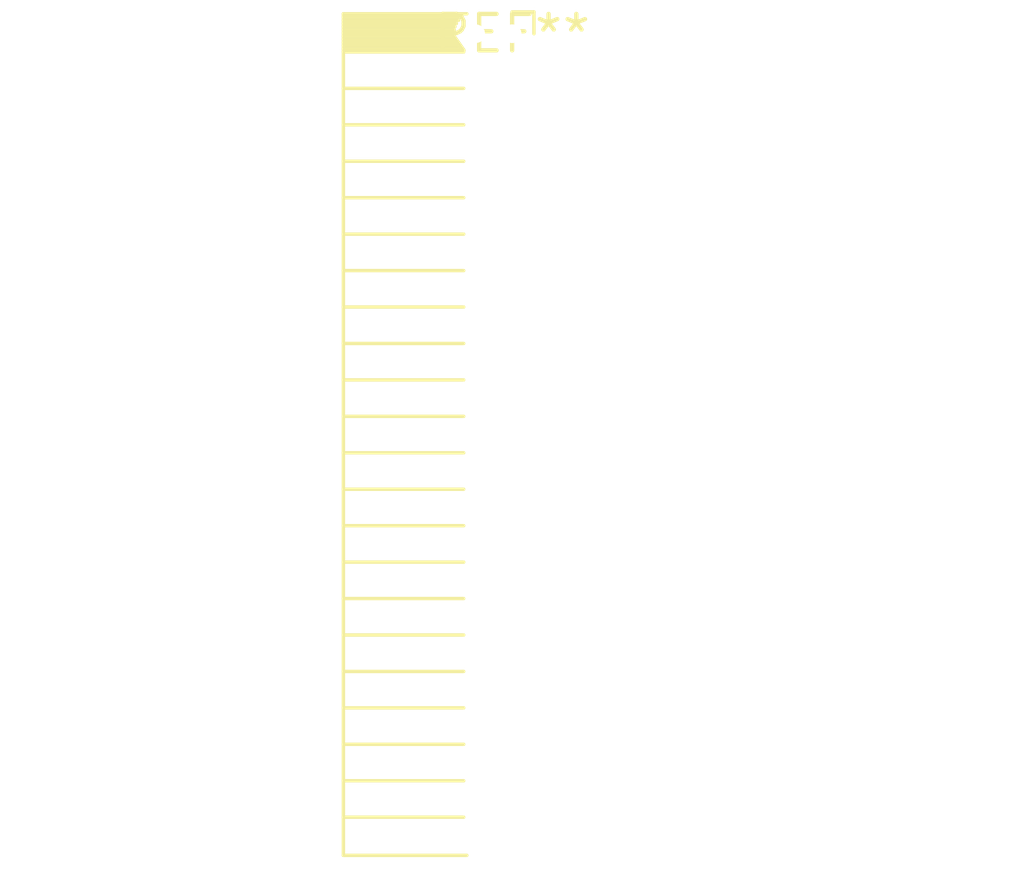
<source format=kicad_pcb>
(kicad_pcb (version 20240108) (generator pcbnew)
  (layers (0 "F.Cu" signal) (31 "B.Cu" signal) (34 "B.Paste" user) (35 "F.Paste" user) (36 "B.SilkS" user "B.Silkscreen") (37 "F.SilkS" user "F.Silkscreen") (38 "B.Mask" user) (39 "F.Mask" user) (44 "Edge.Cuts" user))
  (net 0 "")
  (footprint "PinSocket_2x23_P1.27mm_Horizontal" (layer "F.Cu") (at 0 0)
    (property "Reference" "REF**")
    (property "Value" "PinSocket_2x23_P1.27mm_Horizontal")
    (fp_line (start -5.88 -0.695) (end -5.88 28.635) (layer "F.SilkS") (stroke (width 0.12)))
    (fp_line (start -5.88 -0.695) (end -1.57753 -0.695) (layer "F.SilkS") (stroke (width 0.12)))
    (fp_line (start -5.88 -0.575) (end -1.766966 -0.575) (layer "F.SilkS") (stroke (width 0.12)))
    (fp_line (start -5.88 -0.465) (end -1.871145 -0.465) (layer "F.SilkS") (stroke (width 0.12)))
    (fp_line (start -5.88 -0.355) (end -1.941993 -0.355) (layer "F.SilkS") (stroke (width 0.12)))
    (fp_line (start -5.88 -0.245) (end -1.989427 -0.245) (layer "F.SilkS") (stroke (width 0.12)))
    (fp_line (start -5.88 -0.135) (end -2.017914 -0.135) (layer "F.SilkS") (stroke (width 0.12)))
    (fp_line (start -5.88 -0.025) (end -2.029589 -0.025) (layer "F.SilkS") (stroke (width 0.12)))
    (fp_line (start -5.88 0.085) (end -2.025232 0.085) (layer "F.SilkS") (stroke (width 0.12)))
    (fp_line (start -5.88 0.195) (end -2.004558 0.195) (layer "F.SilkS") (stroke (width 0.12)))
    (fp_line (start -5.88 0.305) (end -1.966114 0.305) (layer "F.SilkS") (stroke (width 0.12)))
    (fp_line (start -5.88 0.415) (end -1.906691 0.415) (layer "F.SilkS") (stroke (width 0.12)))
    (fp_line (start -5.88 0.525) (end -1.819523 0.525) (layer "F.SilkS") (stroke (width 0.12)))
    (fp_line (start -5.88 0.635) (end -1.687582 0.635) (layer "F.SilkS") (stroke (width 0.12)))
    (fp_line (start -5.88 1.905) (end -1.687582 1.905) (layer "F.SilkS") (stroke (width 0.12)))
    (fp_line (start -5.88 3.175) (end -1.687582 3.175) (layer "F.SilkS") (stroke (width 0.12)))
    (fp_line (start -5.88 4.445) (end -1.687582 4.445) (layer "F.SilkS") (stroke (width 0.12)))
    (fp_line (start -5.88 5.715) (end -1.687582 5.715) (layer "F.SilkS") (stroke (width 0.12)))
    (fp_line (start -5.88 6.985) (end -1.687582 6.985) (layer "F.SilkS") (stroke (width 0.12)))
    (fp_line (start -5.88 8.255) (end -1.687582 8.255) (layer "F.SilkS") (stroke (width 0.12)))
    (fp_line (start -5.88 9.525) (end -1.687582 9.525) (layer "F.SilkS") (stroke (width 0.12)))
    (fp_line (start -5.88 10.795) (end -1.687582 10.795) (layer "F.SilkS") (stroke (width 0.12)))
    (fp_line (start -5.88 12.065) (end -1.687582 12.065) (layer "F.SilkS") (stroke (width 0.12)))
    (fp_line (start -5.88 13.335) (end -1.687582 13.335) (layer "F.SilkS") (stroke (width 0.12)))
    (fp_line (start -5.88 14.605) (end -1.687582 14.605) (layer "F.SilkS") (stroke (width 0.12)))
    (fp_line (start -5.88 15.875) (end -1.687582 15.875) (layer "F.SilkS") (stroke (width 0.12)))
    (fp_line (start -5.88 17.145) (end -1.687582 17.145) (layer "F.SilkS") (stroke (width 0.12)))
    (fp_line (start -5.88 18.415) (end -1.687582 18.415) (layer "F.SilkS") (stroke (width 0.12)))
    (fp_line (start -5.88 19.685) (end -1.687582 19.685) (layer "F.SilkS") (stroke (width 0.12)))
    (fp_line (start -5.88 20.955) (end -1.687582 20.955) (layer "F.SilkS") (stroke (width 0.12)))
    (fp_line (start -5.88 22.225) (end -1.687582 22.225) (layer "F.SilkS") (stroke (width 0.12)))
    (fp_line (start -5.88 23.495) (end -1.687582 23.495) (layer "F.SilkS") (stroke (width 0.12)))
    (fp_line (start -5.88 24.765) (end -1.687582 24.765) (layer "F.SilkS") (stroke (width 0.12)))
    (fp_line (start -5.88 26.035) (end -1.687582 26.035) (layer "F.SilkS") (stroke (width 0.12)))
    (fp_line (start -5.88 27.305) (end -1.687582 27.305) (layer "F.SilkS") (stroke (width 0.12)))
    (fp_line (start -5.88 28.635) (end -1.57753 28.635) (layer "F.SilkS") (stroke (width 0.12)))
    (fp_line (start 0 -0.76) (end 0.76 -0.76) (layer "F.SilkS") (stroke (width 0.12)))
    (fp_line (start 0.76 -0.76) (end 0.76 0) (layer "F.SilkS") (stroke (width 0.12)))
    (pad "1" thru_hole rect (at 0 0) (size 1 1) (drill 0.65) (layers *.Cu *.Mask) (remove_unused_layers))
    (pad "2" thru_hole oval (at -1.27 0) (size 1 1) (drill 0.65) (layers *.Cu *.Mask) (remove_unused_layers))
    (pad "3" thru_hole oval (at 0 1.27) (size 1 1) (drill 0.65) (layers *.Cu *.Mask) (remove_unused_layers))
    (pad "4" thru_hole oval (at -1.27 1.27) (size 1 1) (drill 0.65) (layers *.Cu *.Mask) (remove_unused_layers))
    (pad "5" thru_hole oval (at 0 2.54) (size 1 1) (drill 0.65) (layers *.Cu *.Mask) (remove_unused_layers))
    (pad "6" thru_hole oval (at -1.27 2.54) (size 1 1) (drill 0.65) (layers *.Cu *.Mask) (remove_unused_layers))
    (pad "7" thru_hole oval (at 0 3.81) (size 1 1) (drill 0.65) (layers *.Cu *.Mask) (remove_unused_layers))
    (pad "8" thru_hole oval (at -1.27 3.81) (size 1 1) (drill 0.65) (layers *.Cu *.Mask) (remove_unused_layers))
    (pad "9" thru_hole oval (at 0 5.08) (size 1 1) (drill 0.65) (layers *.Cu *.Mask) (remove_unused_layers))
    (pad "10" thru_hole oval (at -1.27 5.08) (size 1 1) (drill 0.65) (layers *.Cu *.Mask) (remove_unused_layers))
    (pad "11" thru_hole oval (at 0 6.35) (size 1 1) (drill 0.65) (layers *.Cu *.Mask) (remove_unused_layers))
    (pad "12" thru_hole oval (at -1.27 6.35) (size 1 1) (drill 0.65) (layers *.Cu *.Mask) (remove_unused_layers))
    (pad "13" thru_hole oval (at 0 7.62) (size 1 1) (drill 0.65) (layers *.Cu *.Mask) (remove_unused_layers))
    (pad "14" thru_hole oval (at -1.27 7.62) (size 1 1) (drill 0.65) (layers *.Cu *.Mask) (remove_unused_layers))
    (pad "15" thru_hole oval (at 0 8.89) (size 1 1) (drill 0.65) (layers *.Cu *.Mask) (remove_unused_layers))
    (pad "16" thru_hole oval (at -1.27 8.89) (size 1 1) (drill 0.65) (layers *.Cu *.Mask) (remove_unused_layers))
    (pad "17" thru_hole oval (at 0 10.16) (size 1 1) (drill 0.65) (layers *.Cu *.Mask) (remove_unused_layers))
    (pad "18" thru_hole oval (at -1.27 10.16) (size 1 1) (drill 0.65) (layers *.Cu *.Mask) (remove_unused_layers))
    (pad "19" thru_hole oval (at 0 11.43) (size 1 1) (drill 0.65) (layers *.Cu *.Mask) (remove_unused_layers))
    (pad "20" thru_hole oval (at -1.27 11.43) (size 1 1) (drill 0.65) (layers *.Cu *.Mask) (remove_unused_layers))
    (pad "21" thru_hole oval (at 0 12.7) (size 1 1) (drill 0.65) (layers *.Cu *.Mask) (remove_unused_layers))
    (pad "22" thru_hole oval (at -1.27 12.7) (size 1 1) (drill 0.65) (layers *.Cu *.Mask) (remove_unused_layers))
    (pad "23" thru_hole oval (at 0 13.97) (size 1 1) (drill 0.65) (layers *.Cu *.Mask) (remove_unused_layers))
    (pad "24" thru_hole oval (at -1.27 13.97) (size 1 1) (drill 0.65) (layers *.Cu *.Mask) (remove_unused_layers))
    (pad "25" thru_hole oval (at 0 15.24) (size 1 1) (drill 0.65) (layers *.Cu *.Mask) (remove_unused_layers))
    (pad "26" thru_hole oval (at -1.27 15.24) (size 1 1) (drill 0.65) (layers *.Cu *.Mask) (remove_unused_layers))
    (pad "27" thru_hole oval (at 0 16.51) (size 1 1) (drill 0.65) (layers *.Cu *.Mask) (remove_unused_layers))
    (pad "28" thru_hole oval (at -1.27 16.51) (size 1 1) (drill 0.65) (layers *.Cu *.Mask) (remove_unused_layers))
    (pad "29" thru_hole oval (at 0 17.78) (size 1 1) (drill 0.65) (layers *.Cu *.Mask) (remove_unused_layers))
    (pad "30" thru_hole oval (at -1.27 17.78) (size 1 1) (drill 0.65) (layers *.Cu *.Mask) (remove_unused_layers))
    (pad "31" thru_hole oval (at 0 19.05) (size 1 1) (drill 0.65) (layers *.Cu *.Mask) (remove_unused_layers))
    (pad "32" thru_hole oval (at -1.27 19.05) (size 1 1) (drill 0.65) (layers *.Cu *.Mask) (remove_unused_layers))
    (pad "33" thru_hole oval (at 0 20.32) (size 1 1) (drill 0.65) (layers *.Cu *.Mask) (remove_unused_layers))
    (pad "34" thru_hole oval (at -1.27 20.32) (size 1 1) (drill 0.65) (layers *.Cu *.Mask) (remove_unused_layers))
    (pad "35" thru_hole oval (at 0 21.59) (size 1 1) (drill 0.65) (layers *.Cu *.Mask) (remove_unused_layers))
    (pad "36" thru_hole oval (at -1.27 21.59) (size 1 1) (drill 0.65) (layers *.Cu *.Mask) (remove_unused_layers))
    (pad "37" thru_hole oval (at 0 22.86) (size 1 1) (drill 0.65) (layers *.Cu *.Mask) (remove_unused_layers))
    (pad "38" thru_hole oval (at -1.27 22.86) (size 1 1) (drill 0.65) (layers *.Cu *.Mask) (remove_unused_layers))
    (pad "39" thru_hole oval (at 0 24.13) (size 1 1) (drill 0.65) (layers *.Cu *.Mask) (remove_unused_layers))
    (pad "40" thru_hole oval (at -1.27 24.13) (size 1 1) (drill 0.65) (layers *.Cu *.Mask) (remove_unused_layers))
    (pad "41" thru_hole oval (at 0 25.4) (size 1 1) (drill 0.65) (layers *.Cu *.Mask) (remove_unused_layers))
    (pad "42" thru_hole oval (at -1.27 25.4) (size 1 1) (drill 0.65) (layers *.Cu *.Mask) (remove_unused_layers))
    (pad "43" thru_hole oval (at 0 26.67) (size 1 1) (drill 0.65) (layers *.Cu *.Mask) (remove_unused_layers))
    (pad "44" thru_hole oval (at -1.27 26.67) (size 1 1) (drill 0.65) (layers *.Cu *.Mask) (remove_unused_layers))
    (pad "45" thru_hole oval (at 0 27.94) (size 1 1) (drill 0.65) (layers *.Cu *.Mask) (remove_unused_layers))
    (pad "46" thru_hole oval (at -1.27 27.94) (size 1 1) (drill 0.65) (layers *.Cu *.Mask) (remove_unused_layers))
  )
)
</source>
